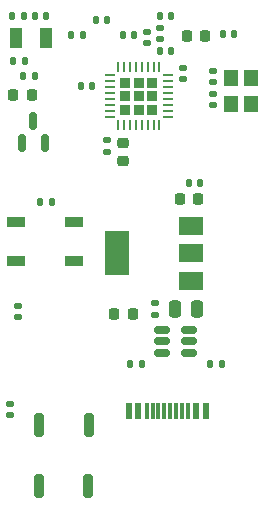
<source format=gtp>
%TF.GenerationSoftware,KiCad,Pcbnew,(6.0.10)*%
%TF.CreationDate,2023-01-26T00:46:22-05:00*%
%TF.ProjectId,espc4synth,65737063-3473-4796-9e74-682e6b696361,1*%
%TF.SameCoordinates,Original*%
%TF.FileFunction,Paste,Top*%
%TF.FilePolarity,Positive*%
%FSLAX46Y46*%
G04 Gerber Fmt 4.6, Leading zero omitted, Abs format (unit mm)*
G04 Created by KiCad (PCBNEW (6.0.10)) date 2023-01-26 00:46:22*
%MOMM*%
%LPD*%
G01*
G04 APERTURE LIST*
G04 Aperture macros list*
%AMRoundRect*
0 Rectangle with rounded corners*
0 $1 Rounding radius*
0 $2 $3 $4 $5 $6 $7 $8 $9 X,Y pos of 4 corners*
0 Add a 4 corners polygon primitive as box body*
4,1,4,$2,$3,$4,$5,$6,$7,$8,$9,$2,$3,0*
0 Add four circle primitives for the rounded corners*
1,1,$1+$1,$2,$3*
1,1,$1+$1,$4,$5*
1,1,$1+$1,$6,$7*
1,1,$1+$1,$8,$9*
0 Add four rect primitives between the rounded corners*
20,1,$1+$1,$2,$3,$4,$5,0*
20,1,$1+$1,$4,$5,$6,$7,0*
20,1,$1+$1,$6,$7,$8,$9,0*
20,1,$1+$1,$8,$9,$2,$3,0*%
G04 Aperture macros list end*
%ADD10R,1.500000X0.900000*%
%ADD11RoundRect,0.218750X-0.218750X-0.256250X0.218750X-0.256250X0.218750X0.256250X-0.218750X0.256250X0*%
%ADD12RoundRect,0.250000X-0.250000X-0.475000X0.250000X-0.475000X0.250000X0.475000X-0.250000X0.475000X0*%
%ADD13RoundRect,0.140000X-0.170000X0.140000X-0.170000X-0.140000X0.170000X-0.140000X0.170000X0.140000X0*%
%ADD14RoundRect,0.140000X0.170000X-0.140000X0.170000X0.140000X-0.170000X0.140000X-0.170000X-0.140000X0*%
%ADD15RoundRect,0.147500X0.172500X-0.147500X0.172500X0.147500X-0.172500X0.147500X-0.172500X-0.147500X0*%
%ADD16RoundRect,0.140000X-0.140000X-0.170000X0.140000X-0.170000X0.140000X0.170000X-0.140000X0.170000X0*%
%ADD17R,1.000000X1.800000*%
%ADD18RoundRect,0.135000X-0.135000X-0.185000X0.135000X-0.185000X0.135000X0.185000X-0.135000X0.185000X0*%
%ADD19RoundRect,0.135000X-0.185000X0.135000X-0.185000X-0.135000X0.185000X-0.135000X0.185000X0.135000X0*%
%ADD20RoundRect,0.140000X0.140000X0.170000X-0.140000X0.170000X-0.140000X-0.170000X0.140000X-0.170000X0*%
%ADD21RoundRect,0.225000X-0.225000X-0.250000X0.225000X-0.250000X0.225000X0.250000X-0.225000X0.250000X0*%
%ADD22RoundRect,0.232500X-0.232500X0.232500X-0.232500X-0.232500X0.232500X-0.232500X0.232500X0.232500X0*%
%ADD23RoundRect,0.062500X-0.062500X0.375000X-0.062500X-0.375000X0.062500X-0.375000X0.062500X0.375000X0*%
%ADD24RoundRect,0.062500X-0.375000X0.062500X-0.375000X-0.062500X0.375000X-0.062500X0.375000X0.062500X0*%
%ADD25RoundRect,0.200000X0.200000X0.800000X-0.200000X0.800000X-0.200000X-0.800000X0.200000X-0.800000X0*%
%ADD26R,0.600000X1.450000*%
%ADD27R,0.300000X1.450000*%
%ADD28RoundRect,0.150000X0.150000X-0.587500X0.150000X0.587500X-0.150000X0.587500X-0.150000X-0.587500X0*%
%ADD29R,1.200000X1.400000*%
%ADD30RoundRect,0.135000X0.135000X0.185000X-0.135000X0.185000X-0.135000X-0.185000X0.135000X-0.185000X0*%
%ADD31RoundRect,0.150000X0.512500X0.150000X-0.512500X0.150000X-0.512500X-0.150000X0.512500X-0.150000X0*%
%ADD32RoundRect,0.147500X-0.147500X-0.172500X0.147500X-0.172500X0.147500X0.172500X-0.147500X0.172500X0*%
%ADD33R,2.000000X1.500000*%
%ADD34R,2.000000X3.800000*%
%ADD35RoundRect,0.225000X-0.250000X0.225000X-0.250000X-0.225000X0.250000X-0.225000X0.250000X0.225000X0*%
G04 APERTURE END LIST*
D10*
%TO.C,D2*%
X18325000Y-52375000D03*
X18325000Y-55675000D03*
X23225000Y-55675000D03*
X23225000Y-52375000D03*
%TD*%
D11*
%TO.C,D1*%
X26662500Y-60100000D03*
X28237500Y-60100000D03*
%TD*%
D12*
%TO.C,C10*%
X31775000Y-59675000D03*
X33675000Y-59675000D03*
%TD*%
D13*
%TO.C,C19*%
X18475000Y-59420000D03*
X18475000Y-60380000D03*
%TD*%
D14*
%TO.C,C12*%
X32450000Y-40230000D03*
X32450000Y-39270000D03*
%TD*%
D15*
%TO.C,L1*%
X30500000Y-36885000D03*
X30500000Y-35915000D03*
%TD*%
D16*
%TO.C,C5*%
X25120000Y-35200000D03*
X26080000Y-35200000D03*
%TD*%
D17*
%TO.C,Y1*%
X18375000Y-36750000D03*
X20875000Y-36750000D03*
%TD*%
D16*
%TO.C,C2*%
X19920000Y-34925000D03*
X20880000Y-34925000D03*
%TD*%
D14*
%TO.C,C8*%
X35025000Y-40530000D03*
X35025000Y-39570000D03*
%TD*%
D18*
%TO.C,R1*%
X17965000Y-34900000D03*
X18985000Y-34900000D03*
%TD*%
D16*
%TO.C,C3*%
X30500000Y-37890000D03*
X31460000Y-37890000D03*
%TD*%
D19*
%TO.C,R4*%
X30075000Y-59240000D03*
X30075000Y-60260000D03*
%TD*%
D18*
%TO.C,R7*%
X18080000Y-38700000D03*
X19100000Y-38700000D03*
%TD*%
D20*
%TO.C,C6*%
X23980000Y-36500000D03*
X23020000Y-36500000D03*
%TD*%
D21*
%TO.C,C11*%
X32825000Y-36600000D03*
X34375000Y-36600000D03*
%TD*%
D22*
%TO.C,U2*%
X29880000Y-42840000D03*
X27580000Y-40540000D03*
X29880000Y-40540000D03*
X28730000Y-41690000D03*
X27580000Y-41690000D03*
X28730000Y-40540000D03*
X29880000Y-41690000D03*
X28730000Y-42840000D03*
X27580000Y-42840000D03*
D23*
X30480000Y-39252500D03*
X29980000Y-39252500D03*
X29480000Y-39252500D03*
X28980000Y-39252500D03*
X28480000Y-39252500D03*
X27980000Y-39252500D03*
X27480000Y-39252500D03*
X26980000Y-39252500D03*
D24*
X26292500Y-39940000D03*
X26292500Y-40440000D03*
X26292500Y-40940000D03*
X26292500Y-41440000D03*
X26292500Y-41940000D03*
X26292500Y-42440000D03*
X26292500Y-42940000D03*
X26292500Y-43440000D03*
D23*
X26980000Y-44127500D03*
X27480000Y-44127500D03*
X27980000Y-44127500D03*
X28480000Y-44127500D03*
X28980000Y-44127500D03*
X29480000Y-44127500D03*
X29980000Y-44127500D03*
X30480000Y-44127500D03*
D24*
X31167500Y-43440000D03*
X31167500Y-42940000D03*
X31167500Y-42440000D03*
X31167500Y-41940000D03*
X31167500Y-41440000D03*
X31167500Y-40940000D03*
X31167500Y-40440000D03*
X31167500Y-39940000D03*
%TD*%
D25*
%TO.C,SW1*%
X24475000Y-74700000D03*
X20275000Y-74700000D03*
%TD*%
D14*
%TO.C,C17*%
X29400000Y-37230000D03*
X29400000Y-36270000D03*
%TD*%
D26*
%TO.C,J1*%
X27900000Y-68329951D03*
X28700000Y-68329951D03*
D27*
X29900000Y-68329951D03*
X30900000Y-68329951D03*
X31400000Y-68329951D03*
X32400000Y-68329951D03*
D26*
X33600000Y-68329951D03*
X34400000Y-68329951D03*
X34400000Y-68329951D03*
X33600000Y-68329951D03*
D27*
X32900000Y-68329951D03*
X31900000Y-68329951D03*
X30400000Y-68329951D03*
X29400000Y-68329951D03*
D26*
X28700000Y-68329951D03*
X27900000Y-68329951D03*
%TD*%
D25*
%TO.C,SW2*%
X24500000Y-69525000D03*
X20300000Y-69525000D03*
%TD*%
D28*
%TO.C,Q1*%
X18850000Y-45637500D03*
X20750000Y-45637500D03*
X19800000Y-43762500D03*
%TD*%
D29*
%TO.C,Y2*%
X36500000Y-40175000D03*
X36500000Y-42375000D03*
X38200000Y-42375000D03*
X38200000Y-40175000D03*
%TD*%
D18*
%TO.C,R5*%
X20405000Y-50675000D03*
X21425000Y-50675000D03*
%TD*%
D16*
%TO.C,C4*%
X30495000Y-34900000D03*
X31455000Y-34900000D03*
%TD*%
D30*
%TO.C,R3*%
X28985000Y-64399951D03*
X27965000Y-64399951D03*
%TD*%
D14*
%TO.C,C13*%
X17825000Y-68705000D03*
X17825000Y-67745000D03*
%TD*%
D18*
%TO.C,R2*%
X34765000Y-64399951D03*
X35785000Y-64399951D03*
%TD*%
D11*
%TO.C,D3*%
X18112500Y-41600000D03*
X19687500Y-41600000D03*
%TD*%
D31*
%TO.C,U1*%
X32962500Y-63399951D03*
X32962500Y-62449951D03*
X32962500Y-61499951D03*
X30687500Y-61499951D03*
X30687500Y-62449951D03*
X30687500Y-63399951D03*
%TD*%
D16*
%TO.C,C1*%
X32995000Y-49050000D03*
X33955000Y-49050000D03*
%TD*%
D32*
%TO.C,L2*%
X35830000Y-36400000D03*
X36800000Y-36400000D03*
%TD*%
D33*
%TO.C,U3*%
X33150000Y-57300000D03*
D34*
X26850000Y-55000000D03*
D33*
X33150000Y-55000000D03*
X33150000Y-52700000D03*
%TD*%
D21*
%TO.C,C9*%
X32200000Y-50375000D03*
X33750000Y-50375000D03*
%TD*%
D35*
%TO.C,C14*%
X27400000Y-45625000D03*
X27400000Y-47175000D03*
%TD*%
D20*
%TO.C,C16*%
X24780000Y-40800000D03*
X23820000Y-40800000D03*
%TD*%
D18*
%TO.C,R6*%
X18890000Y-40000000D03*
X19910000Y-40000000D03*
%TD*%
D13*
%TO.C,C15*%
X26000000Y-45420000D03*
X26000000Y-46380000D03*
%TD*%
%TO.C,C7*%
X35025000Y-41470000D03*
X35025000Y-42430000D03*
%TD*%
D20*
%TO.C,C18*%
X28330000Y-36550000D03*
X27370000Y-36550000D03*
%TD*%
M02*

</source>
